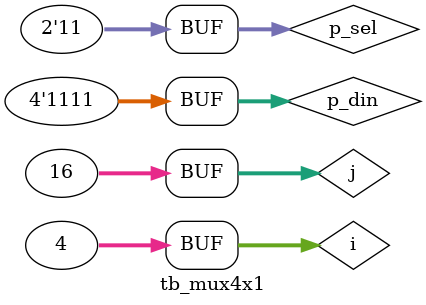
<source format=v>
`timescale 10ns / 1ns
`include "mux4x1.v"

module tb_mux4x1();
  reg [3:0] p_din;
  reg [1:0] p_sel;
  wire p_dout;
  integer i, j;
  
  mux4x1 m (p_dout, p_sel, p_din);
  
  initial
  begin
    p_sel = 2'b0;
    p_din = 4'b0;
    for (i=0; i<4; i=i+1)
    begin
      for (j=0; j<16; j=j+1)
      begin
        p_sel = i;
        p_din = j;
        #1;
      end
    end
  end
  
endmodule


</source>
